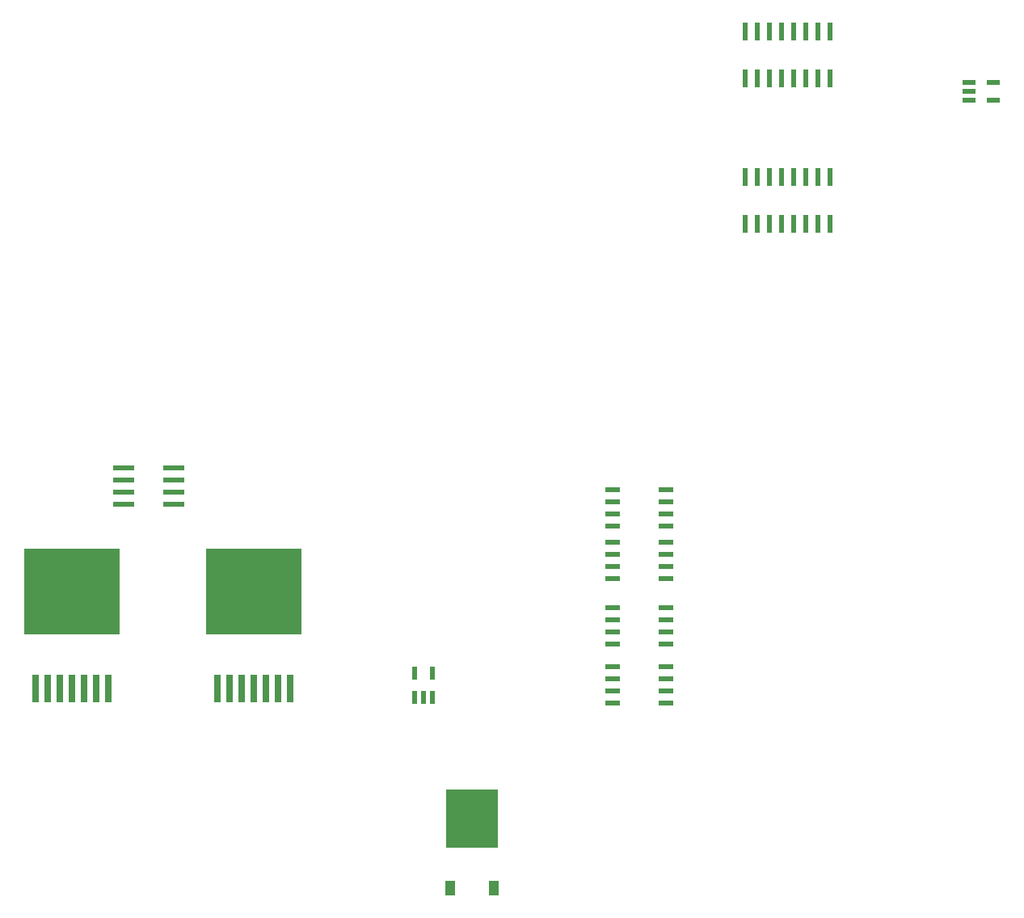
<source format=gbr>
G04 EAGLE Gerber RS-274X export*
G75*
%MOMM*%
%FSLAX34Y34*%
%LPD*%
%INSolderpaste Top*%
%IPPOS*%
%AMOC8*
5,1,8,0,0,1.08239X$1,22.5*%
G01*
%ADD10R,0.508000X1.981200*%
%ADD11R,0.800000X3.000000*%
%ADD12R,10.000000X9.000000*%
%ADD13R,1.320800X0.558800*%
%ADD14R,0.558800X1.320800*%
%ADD15R,1.524000X0.508000*%
%ADD16R,5.400000X6.200000*%
%ADD17R,1.000000X1.600000*%
%ADD18R,2.200000X0.600000*%


D10*
X958850Y951738D03*
X946150Y951738D03*
X933450Y951738D03*
X920750Y951738D03*
X908050Y951738D03*
X895350Y951738D03*
X882650Y951738D03*
X869950Y951738D03*
X869950Y902462D03*
X882650Y902462D03*
X895350Y902462D03*
X908050Y902462D03*
X920750Y902462D03*
X933450Y902462D03*
X946150Y902462D03*
X958850Y902462D03*
X958850Y799338D03*
X946150Y799338D03*
X933450Y799338D03*
X920750Y799338D03*
X908050Y799338D03*
X895350Y799338D03*
X882650Y799338D03*
X869950Y799338D03*
X869950Y750062D03*
X882650Y750062D03*
X895350Y750062D03*
X908050Y750062D03*
X920750Y750062D03*
X933450Y750062D03*
X946150Y750062D03*
X958850Y750062D03*
D11*
X317500Y263525D03*
X330200Y263525D03*
X342900Y263525D03*
X355600Y263525D03*
X368300Y263525D03*
X381000Y263525D03*
X393700Y263525D03*
D12*
X355600Y364550D03*
D11*
X127000Y263525D03*
X139700Y263525D03*
X152400Y263525D03*
X165100Y263525D03*
X177800Y263525D03*
X190500Y263525D03*
X203200Y263525D03*
D12*
X165100Y364550D03*
D13*
X1104900Y898398D03*
X1104900Y889000D03*
X1104900Y879602D03*
X1130300Y879602D03*
X1130300Y898398D03*
D14*
X524002Y254000D03*
X533400Y254000D03*
X542798Y254000D03*
X542798Y279400D03*
X524002Y279400D03*
D15*
X787400Y309880D03*
X787400Y322580D03*
X787400Y335280D03*
X787400Y347980D03*
X731520Y309880D03*
X731520Y322580D03*
X731520Y335280D03*
X731520Y347980D03*
X787400Y433070D03*
X787400Y445770D03*
X787400Y458470D03*
X787400Y471170D03*
X731520Y433070D03*
X731520Y445770D03*
X731520Y458470D03*
X731520Y471170D03*
X787400Y378460D03*
X787400Y391160D03*
X787400Y403860D03*
X787400Y416560D03*
X731520Y378460D03*
X731520Y391160D03*
X731520Y403860D03*
X731520Y416560D03*
X787400Y247650D03*
X787400Y260350D03*
X787400Y273050D03*
X787400Y285750D03*
X731520Y247650D03*
X731520Y260350D03*
X731520Y273050D03*
X731520Y285750D03*
D16*
X584200Y126600D03*
D17*
X561400Y53600D03*
X607000Y53600D03*
D18*
X219500Y481650D03*
X271500Y481650D03*
X219500Y494350D03*
X219500Y468950D03*
X219500Y456250D03*
X271500Y494350D03*
X271500Y468950D03*
X271500Y456250D03*
M02*

</source>
